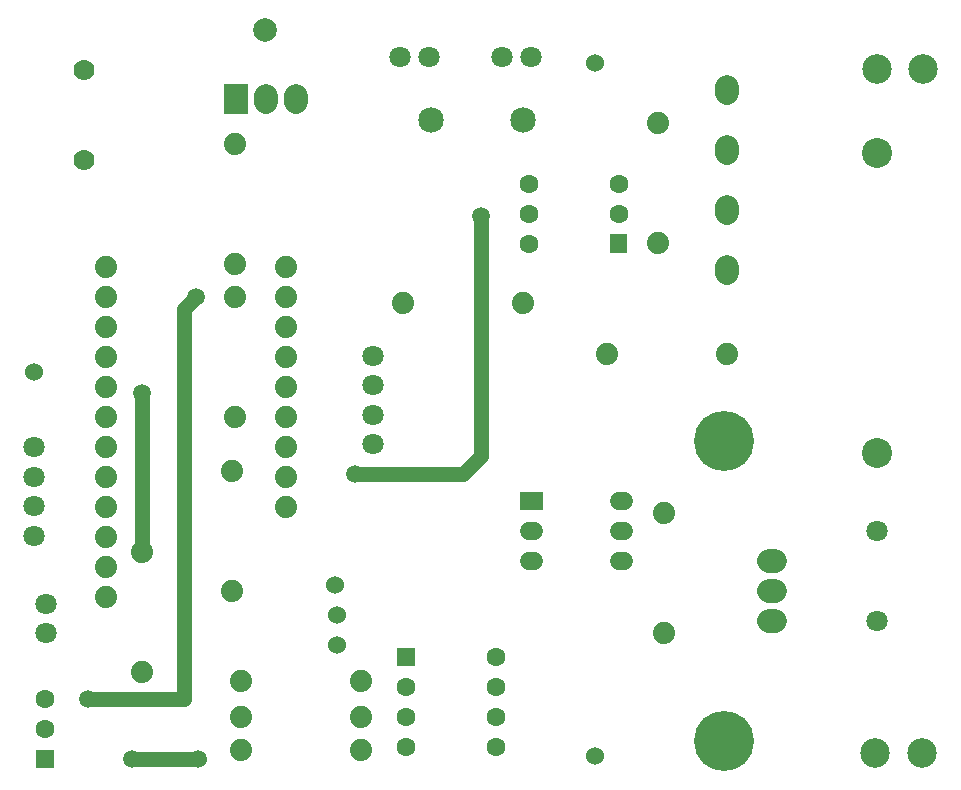
<source format=gtl>
G04 Layer: TopLayer*
G04 EasyEDA v6.4.0, 2020-08-15T23:10:14+05:30*
G04 5cc65f200d574341adaaee413559fcb0,ac1a8ddbb09a48189df0a8a7e8d705f5,10*
G04 Gerber Generator version 0.2*
G04 Scale: 100 percent, Rotated: No, Reflected: No *
G04 Dimensions in inches *
G04 leading zeros omitted , absolute positions ,2 integer and 4 decimal *
%FSLAX24Y24*%
%MOIN*%
G90*
G70D02*

%ADD11C,0.050000*%
%ADD12C,0.059056*%
%ADD13C,0.060000*%
%ADD15C,0.098425*%
%ADD16C,0.070866*%
%ADD17C,0.074000*%
%ADD18C,0.070000*%
%ADD19C,0.085000*%
%ADD21C,0.200000*%
%ADD22C,0.078740*%
%ADD23C,0.100000*%
%ADD25C,0.062992*%
%ADD26R,0.063000X0.063000*%
%ADD27C,0.063000*%
%ADD28R,0.062992X0.062992*%
%ADD29C,0.080000*%
%ADD30C,0.059055*%

%LPD*%
G54D11*
G01X5900Y8500D02*
G01X5900Y9300D01*
G01X5599Y1599D02*
G01X7799Y1599D01*
G01X7800Y1600D01*
G01X5900Y13800D02*
G01X5900Y9300D01*
G01X4100Y3600D02*
G01X5500Y3600D01*
G01X7300Y3600D01*
G01X7300Y16600D01*
G01X7700Y17000D01*
G01X13000Y11100D02*
G01X16600Y11100D01*
G01X17200Y11700D01*
G01X17200Y19700D01*
G54D13*
G01X21000Y24800D03*
G01X21000Y1700D03*
G01X2300Y14500D03*
G36*
G01X8656Y24092D02*
G01X9443Y24092D01*
G01X9443Y23107D01*
G01X8656Y23107D01*
G01X8656Y24092D01*
G37*
G54D15*
G01X30340Y1800D03*
G01X31900Y1794D03*
G54D16*
G01X17900Y25000D03*
G01X18885Y25000D03*
G01X14500Y25000D03*
G01X15485Y25000D03*
G54D13*
G01X12400Y6400D03*
G01X12400Y5400D03*
G01X12360Y7407D03*
G54D16*
G01X13600Y12100D03*
G01X13600Y13084D03*
G01X13600Y14069D03*
G01X13600Y15053D03*
G54D17*
G01X8900Y11200D03*
G01X8900Y7200D03*
G01X9000Y17000D03*
G01X9000Y13000D03*
G01X9200Y3000D03*
G01X13200Y3000D03*
G54D18*
G01X3988Y21588D03*
G01X3988Y24580D03*
G54D17*
G01X14600Y16800D03*
G01X18600Y16800D03*
G01X23300Y9800D03*
G01X23300Y5800D03*
G01X9000Y18100D03*
G01X9000Y22100D03*
G01X23100Y18800D03*
G01X23100Y22800D03*
G01X21400Y15100D03*
G01X25400Y15100D03*
G54D19*
G01X18600Y22900D03*
G01X15550Y22900D03*
G54D16*
G01X30400Y9196D03*
G01X30400Y6203D03*
G36*
G01X18506Y10494D02*
G01X19293Y10494D01*
G01X19293Y9905D01*
G01X18506Y9905D01*
G01X18506Y10494D01*
G37*
G54D17*
G01X5900Y4500D03*
G01X5900Y8500D03*
G54D21*
G01X25300Y2200D03*
G01X25300Y12200D03*
G54D22*
G01X10000Y25901D03*
G54D15*
G01X31959Y24600D03*
G01X30400Y24605D03*
G54D23*
G01X30400Y11800D03*
G01X30400Y21800D03*
G36*
G01X22094Y18465D02*
G01X21505Y18465D01*
G01X21505Y19094D01*
G01X22094Y19094D01*
G01X22094Y18465D01*
G37*
G54D25*
G01X21800Y19780D03*
G01X21800Y20780D03*
G01X18800Y18780D03*
G01X18800Y20780D03*
G01X18800Y19780D03*
G54D16*
G01X2300Y12000D03*
G01X2300Y11015D03*
G01X2300Y10030D03*
G01X2300Y9046D03*
G54D17*
G01X10700Y10000D03*
G01X10700Y11000D03*
G01X10700Y12000D03*
G01X10700Y13000D03*
G01X10700Y14000D03*
G01X10700Y15000D03*
G01X10700Y16000D03*
G01X10700Y17000D03*
G01X10700Y18000D03*
G01X4700Y18000D03*
G01X4700Y17000D03*
G01X4700Y16000D03*
G01X4700Y15000D03*
G01X4700Y14000D03*
G01X4700Y13000D03*
G01X4700Y12000D03*
G01X4700Y11000D03*
G01X4700Y10000D03*
G01X4700Y9000D03*
G01X4700Y8000D03*
G01X4700Y7000D03*
G54D26*
G01X14700Y5000D03*
G54D27*
G01X14700Y4000D03*
G01X14700Y3000D03*
G01X14700Y2000D03*
G01X17700Y2000D03*
G01X17700Y3000D03*
G01X17700Y4000D03*
G01X17700Y5000D03*
G54D17*
G01X13200Y1900D03*
G01X9200Y1900D03*
G01X13200Y4200D03*
G01X9200Y4200D03*
G54D28*
G01X2696Y1600D03*
G54D25*
G01X2697Y2600D03*
G01X2697Y3600D03*
G54D16*
G01X2700Y5800D03*
G01X2700Y6784D03*
G54D12*
G01X13000Y11100D03*
G01X17200Y19700D03*
G01X4100Y3600D03*
G01X7700Y17000D03*
G01X5900Y13800D03*
G01X5599Y1599D03*
G01X7799Y1599D03*
G54D22*
G01X11050Y23698D02*
G01X11050Y23501D01*
G01X10050Y23698D02*
G01X10050Y23501D01*
G54D29*
G01X26800Y7200D02*
G01X27000Y7200D01*
G01X26800Y8200D02*
G01X27000Y8200D01*
G01X26800Y6200D02*
G01X27000Y6200D01*
G54D30*
G01X18801Y9200D02*
G01X18998Y9200D01*
G01X18801Y8200D02*
G01X18998Y8200D01*
G01X21801Y10200D02*
G01X21998Y10200D01*
G01X21801Y9200D02*
G01X21998Y9200D01*
G01X21801Y8200D02*
G01X21998Y8200D01*
G54D22*
G01X25400Y21801D02*
G01X25400Y21998D01*
G01X25400Y23801D02*
G01X25400Y23998D01*
G01X25400Y19801D02*
G01X25400Y19998D01*
G01X25400Y17801D02*
G01X25400Y17998D01*
M00*
M02*

</source>
